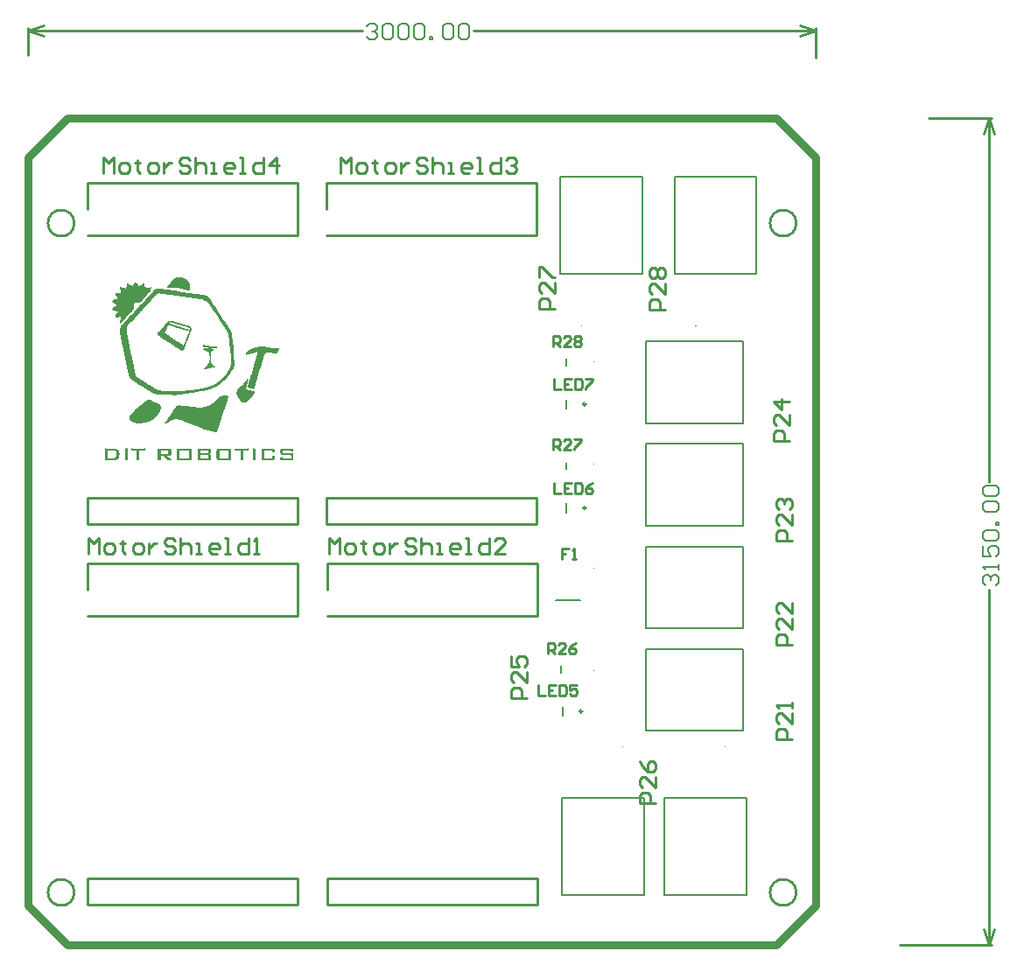
<source format=gto>
G04*
G04 #@! TF.GenerationSoftware,Altium Limited,Altium Designer,22.9.1 (49)*
G04*
G04 Layer_Color=65535*
%FSLAX24Y24*%
%MOIN*%
G70*
G04*
G04 #@! TF.SameCoordinates,10C0EDED-7795-41B1-8CC0-87200EC90710*
G04*
G04*
G04 #@! TF.FilePolarity,Positive*
G04*
G01*
G75*
%ADD10C,0.0039*%
%ADD11C,0.0098*%
%ADD12C,0.0100*%
%ADD13C,0.0079*%
%ADD14C,0.0300*%
%ADD15C,0.0060*%
G36*
X5810Y25425D02*
X5880D01*
Y25408D01*
X5932D01*
Y25390D01*
X5968D01*
Y25373D01*
X6003D01*
Y25355D01*
X6020D01*
Y25338D01*
X6037D01*
Y25320D01*
X6055D01*
Y25303D01*
X6072D01*
Y25285D01*
X6090D01*
Y25268D01*
X6108D01*
Y25233D01*
X6125D01*
Y25198D01*
X6143D01*
Y25145D01*
X6160D01*
Y24918D01*
X6108D01*
Y24935D01*
X6037D01*
Y24952D01*
X5968D01*
Y24970D01*
X5880D01*
Y24987D01*
X5810D01*
Y25005D01*
X5740D01*
Y25022D01*
X5408D01*
Y25040D01*
X5303D01*
Y25110D01*
X5320D01*
Y25127D01*
X5337D01*
Y25145D01*
X5355D01*
Y25162D01*
X5372D01*
Y25198D01*
X5390D01*
Y25215D01*
X5408D01*
Y25233D01*
X5425D01*
Y25250D01*
Y25268D01*
X5443D01*
Y25285D01*
X5460D01*
Y25303D01*
X5477D01*
Y25320D01*
X5495D01*
Y25338D01*
X5512D01*
Y25355D01*
X5530D01*
Y25373D01*
X5548D01*
Y25390D01*
X5583D01*
Y25408D01*
X5617D01*
Y25425D01*
X5670D01*
Y25443D01*
X5688D01*
Y25425D01*
X5705D01*
Y25443D01*
X5775D01*
Y25425D01*
X5792D01*
Y25443D01*
X5810D01*
Y25425D01*
D02*
G37*
G36*
X4095Y25233D02*
X4130D01*
Y25215D01*
X4148D01*
Y25180D01*
X4165D01*
Y25162D01*
X4182D01*
Y25127D01*
X4200D01*
Y25110D01*
X4218D01*
Y25092D01*
X4235D01*
Y25110D01*
X4252D01*
Y25127D01*
X4288D01*
Y25145D01*
X4305D01*
Y25162D01*
X4322D01*
Y25180D01*
X4358D01*
Y25198D01*
X4375D01*
Y25215D01*
X4410D01*
Y25110D01*
X4428D01*
Y25075D01*
X4445D01*
Y25057D01*
X4480D01*
Y25040D01*
X4638D01*
Y25057D01*
X4672D01*
Y25005D01*
X4655D01*
Y24918D01*
X4638D01*
Y24883D01*
X4620D01*
Y24865D01*
X4602D01*
Y24848D01*
X4585D01*
Y24830D01*
X4568D01*
Y24813D01*
X4550D01*
Y24795D01*
X4532D01*
Y24760D01*
X4515D01*
Y24743D01*
X4498D01*
Y24725D01*
X4480D01*
Y24708D01*
X4462D01*
Y24690D01*
X4445D01*
Y24673D01*
X4428D01*
Y24655D01*
X4410D01*
Y24637D01*
X4392D01*
Y24602D01*
X4375D01*
Y24585D01*
X4358D01*
Y24567D01*
X4340D01*
Y24550D01*
X4322D01*
Y24532D01*
X4305D01*
Y24515D01*
X4288D01*
Y24497D01*
X4270D01*
Y24480D01*
X4252D01*
Y24462D01*
X4060D01*
Y24445D01*
X4025D01*
Y24427D01*
X4008D01*
Y24200D01*
X3990D01*
Y24183D01*
X3972D01*
Y24165D01*
X3955D01*
Y24148D01*
X3938D01*
Y24113D01*
X3920D01*
Y24095D01*
X3902D01*
Y24077D01*
X3885D01*
Y24060D01*
X3868D01*
Y24042D01*
X3850D01*
Y24025D01*
X3832D01*
Y24007D01*
X3815D01*
Y23990D01*
X3798D01*
Y23972D01*
X3780D01*
Y23955D01*
X3762D01*
Y23937D01*
X3745D01*
Y23920D01*
X3728D01*
Y23885D01*
X3710D01*
Y23867D01*
X3692D01*
Y23850D01*
X3675D01*
Y23832D01*
X3658D01*
Y23815D01*
X3640D01*
Y23798D01*
X3623D01*
Y23780D01*
X3605D01*
Y23763D01*
X3587D01*
Y23745D01*
X3570D01*
Y23728D01*
X3553D01*
Y23710D01*
X3535D01*
Y23693D01*
X3517D01*
Y23658D01*
X3500D01*
Y23693D01*
X3483D01*
Y23763D01*
X3500D01*
Y23798D01*
X3517D01*
Y23832D01*
X3535D01*
Y23902D01*
X3517D01*
Y23920D01*
X3447D01*
Y23902D01*
X3395D01*
Y23885D01*
X3360D01*
Y23902D01*
X3325D01*
Y23920D01*
X3307D01*
Y23990D01*
X3325D01*
Y24025D01*
X3343D01*
Y24042D01*
X3360D01*
Y24060D01*
X3377D01*
Y24077D01*
X3395D01*
Y24095D01*
X3413D01*
Y24130D01*
X3360D01*
Y24148D01*
X3307D01*
Y24165D01*
X3273D01*
Y24183D01*
X3237D01*
Y24200D01*
X3203D01*
Y24235D01*
X3220D01*
Y24253D01*
X3237D01*
Y24288D01*
X3273D01*
Y24305D01*
X3290D01*
Y24323D01*
X3325D01*
Y24340D01*
X3343D01*
Y24358D01*
X3360D01*
Y24392D01*
X3343D01*
Y24410D01*
X3307D01*
Y24427D01*
X3290D01*
Y24445D01*
X3255D01*
Y24462D01*
X3237D01*
Y24480D01*
X3220D01*
Y24515D01*
X3203D01*
Y24550D01*
X3237D01*
Y24567D01*
X3255D01*
Y24585D01*
X3360D01*
Y24602D01*
X3395D01*
Y24673D01*
X3377D01*
Y24690D01*
X3360D01*
Y24708D01*
X3343D01*
Y24743D01*
X3325D01*
Y24795D01*
X3307D01*
Y24830D01*
X3377D01*
Y24848D01*
X3430D01*
Y24830D01*
X3517D01*
Y24848D01*
X3535D01*
Y24918D01*
X3517D01*
Y24952D01*
X3500D01*
Y25057D01*
X3553D01*
Y25040D01*
X3640D01*
Y25022D01*
X3675D01*
Y25005D01*
X3692D01*
Y24987D01*
X3710D01*
Y25022D01*
X3728D01*
Y25075D01*
X3745D01*
Y25145D01*
X3762D01*
Y25215D01*
X3798D01*
Y25198D01*
X3815D01*
Y25180D01*
X3850D01*
Y25162D01*
X3868D01*
Y25145D01*
X3902D01*
Y25127D01*
X3938D01*
Y25110D01*
X3972D01*
Y25127D01*
X3990D01*
Y25162D01*
X4008D01*
Y25180D01*
X4025D01*
Y25198D01*
X4042D01*
Y25215D01*
X4060D01*
Y25233D01*
X4078D01*
Y25250D01*
X4095D01*
Y25233D01*
D02*
G37*
G36*
X9065Y22782D02*
X9153D01*
Y22765D01*
X9205D01*
Y22747D01*
X9293D01*
Y22730D01*
X9362D01*
Y22747D01*
X9538D01*
Y22678D01*
X9520D01*
Y22590D01*
X9503D01*
Y22555D01*
X9485D01*
Y22538D01*
X9467D01*
Y22520D01*
X9345D01*
Y22538D01*
X9293D01*
Y22555D01*
X9240D01*
Y22573D01*
X9118D01*
Y22555D01*
X9065D01*
Y22538D01*
X9047D01*
Y22520D01*
X9030D01*
Y22503D01*
X9013D01*
Y22485D01*
X8995D01*
Y22468D01*
X8978D01*
Y22432D01*
X8960D01*
Y22380D01*
X8942D01*
Y22310D01*
X8925D01*
Y22257D01*
X8907D01*
Y22205D01*
X8890D01*
Y22135D01*
X8873D01*
Y22083D01*
X8855D01*
Y22013D01*
X8838D01*
Y21960D01*
X8820D01*
Y21907D01*
X8802D01*
Y21837D01*
X8785D01*
Y21785D01*
X8767D01*
Y21715D01*
X8750D01*
Y21662D01*
X8733D01*
Y21593D01*
X8715D01*
Y21575D01*
Y21540D01*
X8698D01*
Y21488D01*
X8680D01*
Y21418D01*
X8662D01*
Y21365D01*
X8645D01*
Y21295D01*
X8627D01*
Y21242D01*
X8610D01*
Y21190D01*
X8593D01*
Y21172D01*
X8540D01*
Y21190D01*
X8470D01*
Y21207D01*
X8418D01*
Y21225D01*
X8347D01*
Y21277D01*
X8365D01*
Y21330D01*
X8382D01*
Y21400D01*
X8400D01*
Y21453D01*
X8418D01*
Y21505D01*
X8435D01*
Y21575D01*
X8453D01*
Y21628D01*
X8470D01*
Y21697D01*
X8487D01*
Y21750D01*
X8505D01*
Y21820D01*
X8522D01*
Y21872D01*
X8540D01*
Y21925D01*
X8558D01*
Y21995D01*
X8575D01*
Y22048D01*
X8593D01*
Y22118D01*
X8610D01*
Y22170D01*
X8627D01*
Y22222D01*
X8645D01*
Y22292D01*
X8662D01*
Y22345D01*
X8680D01*
Y22397D01*
X8698D01*
Y22468D01*
X8715D01*
Y22520D01*
X8733D01*
Y22590D01*
X8698D01*
Y22573D01*
X8627D01*
Y22555D01*
X8575D01*
Y22538D01*
X8505D01*
Y22520D01*
X8453D01*
Y22503D01*
X8382D01*
Y22485D01*
X8330D01*
Y22468D01*
X8295D01*
Y22555D01*
X8313D01*
Y22590D01*
X8330D01*
Y22608D01*
X8347D01*
Y22625D01*
X8365D01*
Y22643D01*
X8382D01*
Y22660D01*
X8418D01*
Y22678D01*
X8453D01*
Y22695D01*
X8487D01*
Y22713D01*
X8522D01*
Y22730D01*
X8575D01*
Y22747D01*
X8627D01*
Y22765D01*
X8680D01*
Y22782D01*
X8767D01*
Y22800D01*
X9065D01*
Y22782D01*
D02*
G37*
G36*
X5058Y24987D02*
X5163D01*
Y24970D01*
X5303D01*
Y24952D01*
X5425D01*
Y24935D01*
X5530D01*
Y24918D01*
X5670D01*
Y24900D01*
X5775D01*
Y24883D01*
X5897D01*
Y24865D01*
X6003D01*
Y24848D01*
X6143D01*
Y24830D01*
X6265D01*
Y24813D01*
X6370D01*
Y24795D01*
X6510D01*
Y24778D01*
X6633D01*
Y24760D01*
X6737D01*
Y24743D01*
X6790D01*
Y24725D01*
X6808D01*
Y24708D01*
X6842D01*
Y24690D01*
X6860D01*
Y24673D01*
X6877D01*
Y24655D01*
X6895D01*
Y24637D01*
X6913D01*
Y24602D01*
X6930D01*
Y24585D01*
X6948D01*
Y24550D01*
X6965D01*
Y24532D01*
X6982D01*
Y24497D01*
X7000D01*
Y24462D01*
X7017D01*
Y24445D01*
X7035D01*
Y24410D01*
X7053D01*
Y24392D01*
X7070D01*
Y24358D01*
X7088D01*
Y24340D01*
X7105D01*
Y24305D01*
X7122D01*
Y24288D01*
X7140D01*
Y24253D01*
X7157D01*
Y24235D01*
X7175D01*
Y24200D01*
X7193D01*
Y24183D01*
X7210D01*
Y24148D01*
X7228D01*
Y24113D01*
X7245D01*
Y24095D01*
X7262D01*
Y24060D01*
X7280D01*
Y24042D01*
X7297D01*
Y24007D01*
X7315D01*
Y23990D01*
X7333D01*
Y23955D01*
X7350D01*
Y23937D01*
X7368D01*
Y23902D01*
X7385D01*
Y23885D01*
X7402D01*
Y23850D01*
X7420D01*
Y23832D01*
X7437D01*
Y23798D01*
X7455D01*
Y23780D01*
X7473D01*
Y23745D01*
X7490D01*
Y23728D01*
X7508D01*
Y23693D01*
X7525D01*
Y23675D01*
X7542D01*
Y23640D01*
X7560D01*
Y23623D01*
X7577D01*
Y23588D01*
X7595D01*
Y23570D01*
X7613D01*
Y23535D01*
X7630D01*
Y23517D01*
X7648D01*
Y23482D01*
X7665D01*
Y23465D01*
X7682D01*
Y23430D01*
X7700D01*
Y23395D01*
X7717D01*
Y23360D01*
X7735D01*
Y23325D01*
X7753D01*
Y23255D01*
X7770D01*
Y23115D01*
X7788D01*
Y22852D01*
X7805D01*
Y22573D01*
X7822D01*
Y22292D01*
X7840D01*
Y22030D01*
X7822D01*
Y21978D01*
X7805D01*
Y21943D01*
X7788D01*
Y21907D01*
X7770D01*
Y21872D01*
X7753D01*
Y21855D01*
X7735D01*
Y21820D01*
X7717D01*
Y21802D01*
X7700D01*
Y21767D01*
X7682D01*
Y21750D01*
X7665D01*
Y21732D01*
X7648D01*
Y21697D01*
X7630D01*
Y21680D01*
X7613D01*
Y21662D01*
X7595D01*
Y21628D01*
X7577D01*
Y21610D01*
X7560D01*
Y21593D01*
X7542D01*
Y21575D01*
X7525D01*
Y21558D01*
X7508D01*
Y21540D01*
X7490D01*
Y21523D01*
X7473D01*
Y21505D01*
X7455D01*
Y21488D01*
X7437D01*
Y21470D01*
X7420D01*
Y21453D01*
X7402D01*
Y21435D01*
X7368D01*
Y21418D01*
X7350D01*
Y21400D01*
X7333D01*
Y21383D01*
X7297D01*
Y21365D01*
X7280D01*
Y21347D01*
X7262D01*
Y21330D01*
X7228D01*
Y21312D01*
X7193D01*
Y21295D01*
X7175D01*
Y21277D01*
X7140D01*
Y21260D01*
X7105D01*
Y21242D01*
X7070D01*
Y21225D01*
X7035D01*
Y21207D01*
X7000D01*
Y21190D01*
X6948D01*
Y21172D01*
X6895D01*
Y21155D01*
X6842D01*
Y21137D01*
X6790D01*
Y21120D01*
X6720D01*
Y21102D01*
X6615D01*
Y21085D01*
X6492D01*
Y21068D01*
X6352D01*
Y21050D01*
X6212D01*
Y21033D01*
X6108D01*
Y21015D01*
X6003D01*
Y20998D01*
X5880D01*
Y20980D01*
X5757D01*
Y20963D01*
X5652D01*
Y20945D01*
X5530D01*
Y20928D01*
X5512D01*
Y20945D01*
X5495D01*
Y20980D01*
X4865D01*
Y20998D01*
X4795D01*
Y21015D01*
X4742D01*
Y21033D01*
X4725D01*
Y21050D01*
X4690D01*
Y21068D01*
X4655D01*
Y21085D01*
X4638D01*
Y21102D01*
X4602D01*
Y21120D01*
X4568D01*
Y21137D01*
X4532D01*
Y21155D01*
X4515D01*
Y21172D01*
X4480D01*
Y21190D01*
X4462D01*
Y21207D01*
X4428D01*
Y21225D01*
X4392D01*
Y21242D01*
X4375D01*
Y21260D01*
X4340D01*
Y21277D01*
X4305D01*
Y21295D01*
X4288D01*
Y21312D01*
X4252D01*
Y21330D01*
X4218D01*
Y21347D01*
X4200D01*
Y21365D01*
X4165D01*
Y21383D01*
X4148D01*
Y21400D01*
X4112D01*
Y21418D01*
X4095D01*
Y21435D01*
X4060D01*
Y21453D01*
X4042D01*
Y21470D01*
X4008D01*
Y21488D01*
X3990D01*
Y21505D01*
X3955D01*
Y21523D01*
X3938D01*
Y21540D01*
X3920D01*
Y21558D01*
X3902D01*
Y21575D01*
X3885D01*
Y21610D01*
X3868D01*
Y21628D01*
X3850D01*
Y21662D01*
X3832D01*
Y21697D01*
X3815D01*
Y21785D01*
X3798D01*
Y21855D01*
X3780D01*
Y21943D01*
X3762D01*
Y22030D01*
X3745D01*
Y22100D01*
X3728D01*
Y22188D01*
X3710D01*
Y22275D01*
X3692D01*
Y22362D01*
X3675D01*
Y22432D01*
X3658D01*
Y22520D01*
X3640D01*
Y22608D01*
X3623D01*
Y22695D01*
X3605D01*
Y22782D01*
X3587D01*
Y22870D01*
X3570D01*
Y22975D01*
X3553D01*
Y23063D01*
X3535D01*
Y23150D01*
X3517D01*
Y23238D01*
X3500D01*
Y23342D01*
X3483D01*
Y23447D01*
X3500D01*
Y23517D01*
X3517D01*
Y23552D01*
X3535D01*
Y23588D01*
X3553D01*
Y23605D01*
X3570D01*
Y23623D01*
X3587D01*
Y23640D01*
X3605D01*
Y23658D01*
X3623D01*
Y23693D01*
X3640D01*
Y23710D01*
X3658D01*
Y23728D01*
X3675D01*
Y23745D01*
X3692D01*
Y23763D01*
X3710D01*
Y23780D01*
X3728D01*
Y23798D01*
X3745D01*
Y23815D01*
X3762D01*
Y23832D01*
X3780D01*
Y23850D01*
X3798D01*
Y23867D01*
X3815D01*
Y23902D01*
X3832D01*
Y23920D01*
X3850D01*
Y23937D01*
X3868D01*
Y23955D01*
X3885D01*
Y23972D01*
X3902D01*
Y23990D01*
X3920D01*
Y24007D01*
X3938D01*
Y24025D01*
X3955D01*
Y24042D01*
X3972D01*
Y24060D01*
X3990D01*
Y24077D01*
X4008D01*
Y24095D01*
X4025D01*
Y24130D01*
X4042D01*
Y24148D01*
X4060D01*
Y24165D01*
X4078D01*
Y24183D01*
X4095D01*
Y24200D01*
X4112D01*
Y24218D01*
X4130D01*
Y24235D01*
X4148D01*
Y24253D01*
X4165D01*
Y24270D01*
X4182D01*
Y24288D01*
X4200D01*
Y24305D01*
X4218D01*
Y24323D01*
X4235D01*
Y24358D01*
X4252D01*
Y24375D01*
X4270D01*
Y24392D01*
X4288D01*
Y24410D01*
X4305D01*
Y24427D01*
X4322D01*
Y24445D01*
X4340D01*
Y24462D01*
X4358D01*
Y24480D01*
X4375D01*
Y24497D01*
X4392D01*
Y24515D01*
X4410D01*
Y24532D01*
X4428D01*
Y24550D01*
X4445D01*
Y24567D01*
X4462D01*
Y24585D01*
X4480D01*
Y24620D01*
X4498D01*
Y24637D01*
X4515D01*
Y24655D01*
X4532D01*
Y24673D01*
X4550D01*
Y24690D01*
X4568D01*
Y24708D01*
X4585D01*
Y24725D01*
X4602D01*
Y24743D01*
X4620D01*
Y24760D01*
X4638D01*
Y24778D01*
X4655D01*
Y24795D01*
X4672D01*
Y24813D01*
X4690D01*
Y24830D01*
X4708D01*
Y24848D01*
X4725D01*
Y24865D01*
X4742D01*
Y24900D01*
X4760D01*
Y24918D01*
X4778D01*
Y24935D01*
X4795D01*
Y24952D01*
X4812D01*
Y24970D01*
X4848D01*
Y24987D01*
X4882D01*
Y25005D01*
X5058D01*
Y24987D01*
D02*
G37*
G36*
X8365Y21540D02*
X8382D01*
Y21505D01*
X8365D01*
Y21435D01*
X8347D01*
Y21365D01*
X8330D01*
Y21295D01*
X8313D01*
Y21225D01*
X8295D01*
Y21172D01*
X8313D01*
Y21155D01*
X8365D01*
Y21137D01*
X8418D01*
Y21120D01*
X8487D01*
Y21102D01*
X8540D01*
Y21085D01*
X8610D01*
Y21068D01*
X8627D01*
Y21033D01*
X8610D01*
Y21015D01*
X8593D01*
Y20980D01*
X8575D01*
Y20963D01*
X8558D01*
Y20928D01*
X8540D01*
Y20910D01*
X8522D01*
Y20893D01*
X8505D01*
Y20858D01*
X8487D01*
Y20840D01*
X8470D01*
Y20823D01*
X8453D01*
Y20805D01*
X8435D01*
Y20787D01*
X8418D01*
Y20770D01*
X8400D01*
Y20752D01*
X8382D01*
Y20735D01*
X8365D01*
Y20717D01*
X8330D01*
Y20700D01*
X8313D01*
Y20682D01*
X8260D01*
Y20665D01*
X8155D01*
Y20682D01*
X8120D01*
Y20700D01*
X8102D01*
Y20717D01*
X8085D01*
Y20735D01*
X8067D01*
Y20752D01*
X8050D01*
Y20787D01*
X8033D01*
Y20805D01*
X8015D01*
Y20840D01*
X7997D01*
Y20858D01*
X7980D01*
Y20893D01*
X7962D01*
Y20928D01*
X7945D01*
Y20980D01*
X7928D01*
Y21068D01*
X7945D01*
Y21120D01*
X7962D01*
Y21155D01*
X7980D01*
Y21172D01*
X7997D01*
Y21190D01*
X8015D01*
Y21207D01*
X8033D01*
Y21225D01*
X8050D01*
Y21242D01*
X8067D01*
Y21260D01*
X8085D01*
Y21277D01*
X8102D01*
Y21295D01*
X8120D01*
Y21312D01*
X8138D01*
Y21330D01*
X8155D01*
Y21347D01*
X8173D01*
Y21365D01*
X8190D01*
Y21400D01*
X8207D01*
Y21418D01*
X8225D01*
Y21435D01*
X8242D01*
Y21453D01*
X8260D01*
Y21470D01*
X8278D01*
Y21488D01*
X8295D01*
Y21505D01*
X8313D01*
Y21540D01*
X8330D01*
Y21558D01*
X8365D01*
Y21540D01*
D02*
G37*
G36*
X7595Y20910D02*
X7630D01*
Y20875D01*
X7613D01*
Y20823D01*
X7595D01*
Y20770D01*
X7577D01*
Y20717D01*
X7560D01*
Y20665D01*
X7542D01*
Y20612D01*
X7525D01*
Y20560D01*
X7508D01*
Y20490D01*
X7490D01*
Y20455D01*
X7473D01*
Y20385D01*
X7455D01*
Y20333D01*
X7437D01*
Y20280D01*
X7420D01*
Y20227D01*
X7402D01*
Y20192D01*
X7385D01*
Y20122D01*
X7368D01*
Y20070D01*
X7350D01*
Y20017D01*
X7333D01*
Y19965D01*
X7315D01*
Y19913D01*
X7297D01*
Y19860D01*
X7280D01*
Y19807D01*
X7262D01*
Y19755D01*
X7245D01*
Y19703D01*
X7228D01*
Y19650D01*
X7210D01*
Y19598D01*
X7193D01*
Y19545D01*
X7175D01*
Y19527D01*
X7105D01*
Y19545D01*
X7053D01*
Y19562D01*
X6965D01*
Y19580D01*
X6913D01*
Y19598D01*
X6842D01*
Y19615D01*
X6773D01*
Y19633D01*
X6720D01*
Y19650D01*
X6668D01*
Y19668D01*
X6615D01*
Y19685D01*
X6580D01*
Y19703D01*
X6528D01*
Y19720D01*
X6475D01*
Y19737D01*
X6440D01*
Y19755D01*
X6388D01*
Y19772D01*
X6352D01*
Y19790D01*
X6300D01*
Y19807D01*
X6265D01*
Y19825D01*
X6212D01*
Y19842D01*
X6177D01*
Y19860D01*
X6143D01*
Y19878D01*
X6090D01*
Y19895D01*
X6055D01*
Y19913D01*
X6003D01*
Y19930D01*
X5968D01*
Y19948D01*
X5915D01*
Y19965D01*
X5880D01*
Y19983D01*
X5845D01*
Y20000D01*
X5792D01*
Y20017D01*
X5723D01*
Y20035D01*
X5548D01*
Y20017D01*
X5495D01*
Y20000D01*
X5460D01*
Y19983D01*
X5425D01*
Y19965D01*
X5390D01*
Y19948D01*
X5372D01*
Y19930D01*
X5355D01*
Y19913D01*
X5320D01*
Y19895D01*
X5285D01*
Y19878D01*
X5215D01*
Y19860D01*
X5197D01*
Y19895D01*
X5215D01*
Y19913D01*
X5232D01*
Y19930D01*
X5250D01*
Y19965D01*
X5268D01*
Y19983D01*
X5285D01*
Y20017D01*
X5303D01*
Y20035D01*
X5320D01*
Y20070D01*
X5337D01*
Y20087D01*
X5355D01*
Y20122D01*
X5372D01*
Y20140D01*
X5390D01*
Y20175D01*
X5408D01*
Y20192D01*
X5425D01*
Y20227D01*
X5443D01*
Y20245D01*
X5460D01*
Y20280D01*
X5477D01*
Y20298D01*
X5495D01*
Y20333D01*
X5512D01*
Y20350D01*
X5530D01*
Y20385D01*
X5548D01*
Y20403D01*
X5565D01*
Y20420D01*
X5583D01*
Y20455D01*
X5600D01*
Y20473D01*
X5617D01*
Y20508D01*
X5635D01*
Y20525D01*
X5652D01*
Y20543D01*
X5705D01*
Y20560D01*
X5792D01*
Y20543D01*
X5950D01*
Y20525D01*
X6125D01*
Y20508D01*
X6248D01*
Y20490D01*
X6388D01*
Y20473D01*
X6650D01*
Y20490D01*
X6737D01*
Y20508D01*
X6790D01*
Y20525D01*
X6842D01*
Y20543D01*
X6877D01*
Y20560D01*
X6913D01*
Y20577D01*
X6948D01*
Y20595D01*
X6965D01*
Y20612D01*
X7000D01*
Y20630D01*
X7017D01*
Y20647D01*
X7053D01*
Y20665D01*
X7070D01*
Y20682D01*
X7088D01*
Y20700D01*
X7105D01*
Y20717D01*
X7122D01*
Y20735D01*
X7140D01*
Y20752D01*
X7157D01*
Y20770D01*
X7175D01*
Y20787D01*
X7193D01*
Y20805D01*
X7210D01*
Y20823D01*
X7228D01*
Y20840D01*
X7245D01*
Y20858D01*
X7280D01*
Y20875D01*
X7297D01*
Y20893D01*
X7333D01*
Y20910D01*
X7385D01*
Y20928D01*
X7595D01*
Y20910D01*
D02*
G37*
G36*
X4672Y20735D02*
X4725D01*
Y20717D01*
X4760D01*
Y20700D01*
X4795D01*
Y20682D01*
X4848D01*
Y20665D01*
X4882D01*
Y20647D01*
X4918D01*
Y20630D01*
X4952D01*
Y20612D01*
X4988D01*
Y20595D01*
X5005D01*
Y20577D01*
X5023D01*
Y20543D01*
X5040D01*
Y20403D01*
X5023D01*
Y20350D01*
X5005D01*
Y20315D01*
X4988D01*
Y20280D01*
X4970D01*
Y20245D01*
X4952D01*
Y20210D01*
X4935D01*
Y20192D01*
X4918D01*
Y20175D01*
X4900D01*
Y20140D01*
X4882D01*
Y20122D01*
X4865D01*
Y20105D01*
X4848D01*
Y20087D01*
X4830D01*
Y20070D01*
X4795D01*
Y20052D01*
X4778D01*
Y20035D01*
X4760D01*
Y20017D01*
X4725D01*
Y20000D01*
X4690D01*
Y19983D01*
X4655D01*
Y19965D01*
X4620D01*
Y19948D01*
X4568D01*
Y19930D01*
X4515D01*
Y19913D01*
X4445D01*
Y19895D01*
X4340D01*
Y19878D01*
X4200D01*
Y19860D01*
X4130D01*
Y19878D01*
X4078D01*
Y19895D01*
X4025D01*
Y19913D01*
X3990D01*
Y19930D01*
X3955D01*
Y19948D01*
X3920D01*
Y19965D01*
X3902D01*
Y19983D01*
X3885D01*
Y20000D01*
X3868D01*
Y20052D01*
X3850D01*
Y20105D01*
X3868D01*
Y20157D01*
X3885D01*
Y20175D01*
X3902D01*
Y20210D01*
X3920D01*
Y20227D01*
X3938D01*
Y20245D01*
X3955D01*
Y20262D01*
X3972D01*
Y20280D01*
X3990D01*
Y20298D01*
X4008D01*
Y20315D01*
X4025D01*
Y20350D01*
X4042D01*
Y20368D01*
X4060D01*
Y20385D01*
X4078D01*
Y20403D01*
X4095D01*
Y20420D01*
X4130D01*
Y20438D01*
X4148D01*
Y20455D01*
X4165D01*
Y20473D01*
X4182D01*
Y20490D01*
X4200D01*
Y20508D01*
X4218D01*
Y20525D01*
X4235D01*
Y20543D01*
X4270D01*
Y20560D01*
X4288D01*
Y20577D01*
X4305D01*
Y20595D01*
X4322D01*
Y20612D01*
X4340D01*
Y20630D01*
X4358D01*
Y20647D01*
X4392D01*
Y20665D01*
X4410D01*
Y20682D01*
X4428D01*
Y20700D01*
X4462D01*
Y20717D01*
X4498D01*
Y20735D01*
X4532D01*
Y20752D01*
X4672D01*
Y20735D01*
D02*
G37*
G36*
X8627Y18915D02*
X8645D01*
Y18880D01*
Y18863D01*
Y18460D01*
X8540D01*
Y18915D01*
X8558D01*
Y18932D01*
X8575D01*
Y18915D01*
X8610D01*
Y18932D01*
X8627D01*
Y18915D01*
D02*
G37*
G36*
X8400Y18845D02*
X8190D01*
Y18460D01*
X8085D01*
Y18828D01*
X8067D01*
Y18845D01*
X7857D01*
Y18915D01*
X7875D01*
Y18932D01*
X7893D01*
Y18915D01*
X8365D01*
Y18932D01*
X8400D01*
Y18845D01*
D02*
G37*
G36*
X4445Y18915D02*
X4462D01*
Y18845D01*
X4252D01*
Y18828D01*
X4235D01*
Y18460D01*
X4130D01*
Y18845D01*
X3920D01*
Y18932D01*
X3938D01*
Y18915D01*
X4428D01*
Y18932D01*
X4445D01*
Y18915D01*
D02*
G37*
G36*
X3780Y18810D02*
Y18793D01*
Y18460D01*
X3675D01*
Y18915D01*
X3692D01*
Y18932D01*
X3710D01*
Y18915D01*
X3745D01*
Y18932D01*
X3780D01*
Y18810D01*
D02*
G37*
G36*
X10063Y18898D02*
X10080D01*
Y18863D01*
X10098D01*
Y18810D01*
X10063D01*
Y18793D01*
X9992D01*
Y18845D01*
X9695D01*
Y18740D01*
X10045D01*
Y18722D01*
X10080D01*
Y18687D01*
X10098D01*
Y18495D01*
X10080D01*
Y18477D01*
X10063D01*
Y18460D01*
X9607D01*
Y18477D01*
X9590D01*
Y18513D01*
X9572D01*
Y18583D01*
X9643D01*
Y18600D01*
X9678D01*
Y18548D01*
X10010D01*
Y18565D01*
X9992D01*
Y18583D01*
X10010D01*
Y18635D01*
X9992D01*
Y18652D01*
X9643D01*
Y18670D01*
X9607D01*
Y18722D01*
X9590D01*
Y18863D01*
X9607D01*
Y18898D01*
X9625D01*
Y18915D01*
X10063D01*
Y18898D01*
D02*
G37*
G36*
X9345D02*
X9362D01*
Y18880D01*
X9380D01*
Y18757D01*
X9275D01*
Y18845D01*
X8995D01*
Y18828D01*
X8978D01*
Y18548D01*
X9275D01*
Y18635D01*
X9362D01*
Y18618D01*
X9380D01*
Y18495D01*
X9362D01*
Y18477D01*
X9345D01*
Y18460D01*
X8907D01*
Y18477D01*
X8890D01*
Y18495D01*
X8873D01*
Y18880D01*
X8890D01*
Y18898D01*
X8907D01*
Y18915D01*
X9345D01*
Y18898D01*
D02*
G37*
G36*
X7717Y18880D02*
X7735D01*
Y18793D01*
Y18775D01*
Y18495D01*
X7717D01*
Y18477D01*
X7700D01*
Y18460D01*
X7210D01*
Y18477D01*
X7175D01*
Y18530D01*
X7157D01*
Y18845D01*
X7175D01*
Y18898D01*
X7193D01*
Y18915D01*
X7717D01*
Y18880D01*
D02*
G37*
G36*
X6492Y18915D02*
X6930D01*
Y18898D01*
X6948D01*
Y18880D01*
X6965D01*
Y18740D01*
X6948D01*
Y18722D01*
X6930D01*
Y18705D01*
X6913D01*
Y18687D01*
X6930D01*
Y18670D01*
X6948D01*
Y18652D01*
X6965D01*
Y18495D01*
X6948D01*
Y18477D01*
X6913D01*
Y18460D01*
X6457D01*
Y18915D01*
X6475D01*
Y18932D01*
X6492D01*
Y18915D01*
D02*
G37*
G36*
X6195Y18898D02*
X6212D01*
Y18880D01*
X6230D01*
Y18513D01*
X6212D01*
Y18477D01*
X6195D01*
Y18460D01*
X5688D01*
Y18477D01*
X5670D01*
Y18495D01*
X5652D01*
Y18880D01*
X5670D01*
Y18898D01*
X5688D01*
Y18915D01*
X6195D01*
Y18898D01*
D02*
G37*
G36*
X4970Y18915D02*
X5408D01*
Y18898D01*
X5425D01*
Y18880D01*
X5443D01*
Y18670D01*
X5425D01*
Y18652D01*
X5408D01*
Y18635D01*
X5285D01*
Y18618D01*
X5303D01*
Y18600D01*
X5320D01*
Y18583D01*
X5355D01*
Y18565D01*
X5372D01*
Y18548D01*
X5390D01*
Y18530D01*
X5408D01*
Y18513D01*
X5443D01*
Y18495D01*
X5460D01*
Y18477D01*
X5477D01*
Y18460D01*
X5320D01*
Y18477D01*
X5303D01*
Y18495D01*
X5285D01*
Y18513D01*
X5268D01*
Y18530D01*
X5250D01*
Y18548D01*
X5232D01*
Y18565D01*
X5215D01*
Y18583D01*
X5197D01*
Y18600D01*
X5163D01*
Y18618D01*
X5145D01*
Y18635D01*
X5040D01*
Y18530D01*
Y18513D01*
Y18460D01*
X4935D01*
Y18915D01*
X4952D01*
Y18932D01*
X4970D01*
Y18915D01*
D02*
G37*
G36*
X2940D02*
X3325D01*
Y18898D01*
X3360D01*
Y18880D01*
X3395D01*
Y18863D01*
X3413D01*
Y18845D01*
X3430D01*
Y18828D01*
X3447D01*
Y18793D01*
X3465D01*
Y18740D01*
X3483D01*
Y18652D01*
X3465D01*
Y18583D01*
X3447D01*
Y18548D01*
X3430D01*
Y18530D01*
X3413D01*
Y18513D01*
X3395D01*
Y18495D01*
X3360D01*
Y18477D01*
X3325D01*
Y18460D01*
X2905D01*
Y18722D01*
Y18740D01*
Y18915D01*
X2923D01*
Y18932D01*
X2940D01*
Y18915D01*
D02*
G37*
%LPC*%
G36*
X5023Y24830D02*
X4970D01*
Y24813D01*
X4918D01*
Y24795D01*
X4900D01*
Y24778D01*
X4882D01*
Y24760D01*
X4865D01*
Y24743D01*
X4848D01*
Y24725D01*
X4830D01*
Y24708D01*
X4812D01*
Y24690D01*
X4795D01*
Y24673D01*
X4778D01*
Y24655D01*
X4760D01*
Y24637D01*
X4742D01*
Y24620D01*
X4725D01*
Y24602D01*
X4708D01*
Y24585D01*
X4690D01*
Y24550D01*
X4672D01*
Y24532D01*
X4655D01*
Y24515D01*
X4638D01*
Y24497D01*
X4620D01*
Y24480D01*
X4602D01*
Y24462D01*
X4585D01*
Y24445D01*
X4568D01*
Y24427D01*
X4550D01*
Y24410D01*
X4532D01*
Y24392D01*
X4515D01*
Y24375D01*
X4498D01*
Y24358D01*
X4480D01*
Y24323D01*
X4462D01*
Y24305D01*
X4445D01*
Y24288D01*
X4428D01*
Y24270D01*
X4410D01*
Y24253D01*
X4392D01*
Y24235D01*
X4375D01*
Y24218D01*
X4358D01*
Y24200D01*
X4340D01*
Y24183D01*
X4322D01*
Y24165D01*
X4305D01*
Y24148D01*
X4288D01*
Y24130D01*
X4270D01*
Y24095D01*
X4252D01*
Y24077D01*
X4235D01*
Y24060D01*
X4218D01*
Y24042D01*
X4200D01*
Y24025D01*
X4182D01*
Y24007D01*
X4165D01*
Y23990D01*
X4148D01*
Y23972D01*
X4130D01*
Y23955D01*
X4112D01*
Y23937D01*
X4095D01*
Y23920D01*
X4078D01*
Y23885D01*
X4060D01*
Y23867D01*
X4042D01*
Y23850D01*
X4025D01*
Y23832D01*
X4008D01*
Y23815D01*
X3990D01*
Y23798D01*
X3972D01*
Y23780D01*
X3955D01*
Y23763D01*
X3938D01*
Y23745D01*
X3920D01*
Y23728D01*
X3902D01*
Y23710D01*
X3885D01*
Y23693D01*
X3868D01*
Y23675D01*
X3850D01*
Y23658D01*
X3832D01*
Y23640D01*
X3815D01*
Y23623D01*
X3798D01*
Y23588D01*
X3780D01*
Y23570D01*
X3762D01*
Y23535D01*
X3745D01*
Y23447D01*
X3728D01*
Y23430D01*
X3745D01*
Y23325D01*
X3762D01*
Y23238D01*
X3780D01*
Y23150D01*
X3798D01*
Y23063D01*
X3815D01*
Y22992D01*
X3832D01*
Y22887D01*
X3850D01*
Y22800D01*
X3868D01*
Y22713D01*
X3885D01*
Y22625D01*
X3902D01*
Y22538D01*
X3920D01*
Y22450D01*
X3938D01*
Y22380D01*
X3955D01*
Y22275D01*
X3972D01*
Y22188D01*
X3990D01*
Y22118D01*
X4008D01*
Y22030D01*
X4025D01*
Y21925D01*
X4042D01*
Y21855D01*
X4060D01*
Y21767D01*
X4078D01*
Y21697D01*
X4095D01*
Y21680D01*
X4112D01*
Y21645D01*
X4130D01*
Y21628D01*
X4148D01*
Y21610D01*
X4182D01*
Y21593D01*
X4218D01*
Y21575D01*
X4235D01*
Y21558D01*
X4270D01*
Y21540D01*
X4288D01*
Y21523D01*
X4322D01*
Y21505D01*
X4340D01*
Y21488D01*
X4375D01*
Y21470D01*
X4410D01*
Y21453D01*
X4428D01*
Y21435D01*
X4462D01*
Y21418D01*
X4480D01*
Y21400D01*
X4515D01*
Y21383D01*
X4550D01*
Y21365D01*
X4568D01*
Y21347D01*
X4602D01*
Y21330D01*
X4638D01*
Y21312D01*
X4655D01*
Y21295D01*
X4690D01*
Y21277D01*
X4708D01*
Y21260D01*
X4742D01*
Y21242D01*
X4778D01*
Y21225D01*
X4795D01*
Y21207D01*
X4830D01*
Y21190D01*
X4865D01*
Y21172D01*
X4882D01*
Y21155D01*
X4918D01*
Y21137D01*
X4952D01*
Y21120D01*
X5040D01*
Y21102D01*
X6003D01*
Y21120D01*
X6195D01*
Y21137D01*
X6335D01*
Y21155D01*
X6440D01*
Y21172D01*
X6528D01*
Y21190D01*
X6615D01*
Y21207D01*
X6685D01*
Y21225D01*
X6755D01*
Y21242D01*
X6808D01*
Y21260D01*
X6860D01*
Y21277D01*
X6913D01*
Y21295D01*
X6965D01*
Y21312D01*
X7017D01*
Y21330D01*
X7053D01*
Y21347D01*
X7088D01*
Y21365D01*
X7122D01*
Y21383D01*
X7157D01*
Y21400D01*
X7193D01*
Y21418D01*
X7210D01*
Y21435D01*
X7228D01*
Y21453D01*
X7262D01*
Y21470D01*
X7280D01*
Y21488D01*
X7297D01*
Y21505D01*
X7315D01*
Y21523D01*
X7333D01*
Y21540D01*
X7350D01*
Y21558D01*
X7368D01*
Y21575D01*
X7385D01*
Y21593D01*
X7402D01*
Y21610D01*
X7420D01*
Y21628D01*
X7437D01*
Y21645D01*
X7455D01*
Y21662D01*
X7473D01*
Y21697D01*
X7490D01*
Y21715D01*
X7508D01*
Y21732D01*
X7525D01*
Y21750D01*
X7542D01*
Y21785D01*
X7560D01*
Y21802D01*
X7577D01*
Y21820D01*
X7595D01*
Y21855D01*
X7613D01*
Y21890D01*
X7630D01*
Y21907D01*
X7648D01*
Y21943D01*
X7665D01*
Y21978D01*
X7682D01*
Y22030D01*
X7700D01*
Y22083D01*
X7717D01*
Y22153D01*
X7735D01*
Y22468D01*
X7717D01*
Y22538D01*
X7700D01*
Y22590D01*
X7682D01*
Y22800D01*
X7665D01*
Y23045D01*
X7648D01*
Y23150D01*
X7630D01*
Y23220D01*
X7613D01*
Y23290D01*
X7595D01*
Y23325D01*
X7577D01*
Y23377D01*
X7560D01*
Y23395D01*
X7542D01*
Y23430D01*
X7525D01*
Y23465D01*
X7508D01*
Y23482D01*
X7490D01*
Y23517D01*
X7473D01*
Y23535D01*
X7455D01*
Y23570D01*
X7437D01*
Y23605D01*
X7420D01*
Y23623D01*
X7402D01*
Y23658D01*
X7385D01*
Y23675D01*
X7368D01*
Y23710D01*
X7350D01*
Y23728D01*
X7333D01*
Y23763D01*
X7315D01*
Y23780D01*
X7297D01*
Y23815D01*
X7280D01*
Y23850D01*
X7262D01*
Y23867D01*
X7245D01*
Y23902D01*
X7228D01*
Y23920D01*
X7210D01*
Y23955D01*
X7193D01*
Y23972D01*
X7175D01*
Y24007D01*
X7157D01*
Y24025D01*
X7140D01*
Y24060D01*
X7122D01*
Y24077D01*
X7105D01*
Y24113D01*
X7088D01*
Y24130D01*
X7070D01*
Y24165D01*
X7053D01*
Y24183D01*
X7035D01*
Y24218D01*
X7017D01*
Y24235D01*
X7000D01*
Y24253D01*
X6982D01*
Y24288D01*
X6965D01*
Y24305D01*
X6948D01*
Y24340D01*
X6930D01*
Y24358D01*
X6913D01*
Y24392D01*
X6895D01*
Y24410D01*
X6877D01*
Y24427D01*
X6860D01*
Y24462D01*
X6842D01*
Y24480D01*
X6825D01*
Y24497D01*
X6790D01*
Y24515D01*
X6773D01*
Y24532D01*
X6737D01*
Y24550D01*
X6702D01*
Y24567D01*
X6650D01*
Y24585D01*
X6545D01*
Y24602D01*
X6440D01*
Y24620D01*
X6335D01*
Y24637D01*
X6212D01*
Y24655D01*
X6108D01*
Y24673D01*
X5985D01*
Y24690D01*
X5880D01*
Y24708D01*
X5757D01*
Y24725D01*
X5617D01*
Y24743D01*
X5512D01*
Y24760D01*
X5390D01*
Y24778D01*
X5268D01*
Y24795D01*
X5128D01*
Y24813D01*
X5023D01*
Y24830D01*
D02*
G37*
%LPD*%
G36*
X5425Y23780D02*
X5477D01*
Y23763D01*
X5548D01*
Y23745D01*
X5600D01*
Y23728D01*
X5652D01*
Y23710D01*
X5723D01*
Y23693D01*
X5775D01*
Y23675D01*
X5828D01*
Y23658D01*
X5880D01*
Y23640D01*
X5950D01*
Y23623D01*
X6003D01*
Y23605D01*
X6055D01*
Y23588D01*
X6108D01*
Y23570D01*
X6160D01*
Y23552D01*
X6195D01*
Y23517D01*
X6212D01*
Y23412D01*
X6195D01*
Y23360D01*
X6177D01*
Y23325D01*
X6160D01*
Y23273D01*
X6143D01*
Y23220D01*
X6125D01*
Y23185D01*
X6108D01*
Y23133D01*
X6090D01*
Y23080D01*
X6072D01*
Y23045D01*
X6055D01*
Y22992D01*
X6037D01*
Y22940D01*
X6020D01*
Y22905D01*
X6003D01*
Y22852D01*
X5985D01*
Y22800D01*
X5968D01*
Y22765D01*
X5950D01*
Y22713D01*
X5932D01*
Y22678D01*
X5915D01*
Y22660D01*
X5897D01*
Y22643D01*
X5810D01*
Y22660D01*
X5792D01*
Y22678D01*
X5757D01*
Y22695D01*
X5740D01*
Y22713D01*
X5705D01*
Y22730D01*
X5688D01*
Y22747D01*
X5652D01*
Y22765D01*
X5635D01*
Y22782D01*
X5600D01*
Y22800D01*
X5565D01*
Y22817D01*
X5548D01*
Y22835D01*
X5512D01*
Y22852D01*
X5495D01*
Y22870D01*
X5460D01*
Y22887D01*
X5443D01*
Y22905D01*
X5408D01*
Y22922D01*
X5372D01*
Y22940D01*
X5355D01*
Y22957D01*
X5320D01*
Y22975D01*
X5303D01*
Y22992D01*
X5268D01*
Y23010D01*
X5250D01*
Y23028D01*
X5215D01*
Y23045D01*
X5197D01*
Y23063D01*
X5163D01*
Y23080D01*
X5128D01*
Y23098D01*
X5110D01*
Y23115D01*
X5075D01*
Y23133D01*
X5058D01*
Y23150D01*
X5023D01*
Y23168D01*
X5005D01*
Y23185D01*
X4970D01*
Y23203D01*
X4952D01*
Y23238D01*
X4935D01*
Y23290D01*
X4918D01*
Y23307D01*
X4935D01*
Y23325D01*
X4952D01*
Y23342D01*
X4970D01*
Y23360D01*
X4988D01*
Y23377D01*
X5005D01*
Y23412D01*
X5023D01*
Y23430D01*
X5040D01*
Y23447D01*
X5058D01*
Y23465D01*
X5075D01*
Y23482D01*
X5092D01*
Y23500D01*
X5110D01*
Y23517D01*
X5128D01*
Y23535D01*
X5145D01*
Y23552D01*
X5163D01*
Y23570D01*
X5180D01*
Y23588D01*
X5197D01*
Y23623D01*
X5215D01*
Y23640D01*
X5232D01*
Y23658D01*
X5250D01*
Y23675D01*
X5268D01*
Y23693D01*
X5285D01*
Y23710D01*
X5303D01*
Y23728D01*
X5320D01*
Y23745D01*
X5337D01*
Y23763D01*
X5355D01*
Y23780D01*
X5408D01*
Y23798D01*
X5425D01*
Y23780D01*
D02*
G37*
G36*
X6720Y22835D02*
X6877D01*
Y22817D01*
X7053D01*
Y22800D01*
X7175D01*
Y22782D01*
X7193D01*
Y22765D01*
X7175D01*
Y22747D01*
X7088D01*
Y22730D01*
X6982D01*
Y22713D01*
X7000D01*
Y22695D01*
X7053D01*
Y22678D01*
X7105D01*
Y22660D01*
X7070D01*
Y22643D01*
X7035D01*
Y22625D01*
X6982D01*
Y22608D01*
X6948D01*
Y22153D01*
X6982D01*
Y22135D01*
X7000D01*
Y22118D01*
X7017D01*
Y22100D01*
X7035D01*
Y22083D01*
X7070D01*
Y22065D01*
X7088D01*
Y22048D01*
X7105D01*
Y22013D01*
X7017D01*
Y21995D01*
X6948D01*
Y21978D01*
X6877D01*
Y21960D01*
X6808D01*
Y21943D01*
X6720D01*
Y21925D01*
X6668D01*
Y21943D01*
X6685D01*
Y21960D01*
X6702D01*
Y21978D01*
X6720D01*
Y21995D01*
X6737D01*
Y22013D01*
X6755D01*
Y22030D01*
X6773D01*
Y22048D01*
X6790D01*
Y22065D01*
X6808D01*
Y22083D01*
X6825D01*
Y22118D01*
X6842D01*
Y22135D01*
X6860D01*
Y22153D01*
X6877D01*
Y22188D01*
X6895D01*
Y22257D01*
X6913D01*
Y22432D01*
X6895D01*
Y22555D01*
X6877D01*
Y22573D01*
X6842D01*
Y22590D01*
X6808D01*
Y22608D01*
X6773D01*
Y22625D01*
X6755D01*
Y22643D01*
X6720D01*
Y22660D01*
X6685D01*
Y22678D01*
X6650D01*
Y22713D01*
X6702D01*
Y22730D01*
X6773D01*
Y22747D01*
X6842D01*
Y22765D01*
X6790D01*
Y22782D01*
X6668D01*
Y22800D01*
X6650D01*
Y22852D01*
X6720D01*
Y22835D01*
D02*
G37*
%LPC*%
G36*
X5425Y23728D02*
X5390D01*
Y23658D01*
X5443D01*
Y23640D01*
X5495D01*
Y23623D01*
X5548D01*
Y23605D01*
X5617D01*
Y23588D01*
X5670D01*
Y23570D01*
X5740D01*
Y23552D01*
X5792D01*
Y23535D01*
X5845D01*
Y23517D01*
X5915D01*
Y23500D01*
X5968D01*
Y23482D01*
X6037D01*
Y23465D01*
X6090D01*
Y23447D01*
X6143D01*
Y23482D01*
X6160D01*
Y23500D01*
X6143D01*
Y23517D01*
X6072D01*
Y23535D01*
X6020D01*
Y23552D01*
X5968D01*
Y23570D01*
X5897D01*
Y23588D01*
X5845D01*
Y23605D01*
X5775D01*
Y23623D01*
X5723D01*
Y23640D01*
X5670D01*
Y23658D01*
X5600D01*
Y23675D01*
X5548D01*
Y23693D01*
X5495D01*
Y23710D01*
X5425D01*
Y23728D01*
D02*
G37*
G36*
X5390Y23605D02*
X5337D01*
Y23588D01*
X5320D01*
Y23552D01*
X5303D01*
Y23500D01*
X5285D01*
Y23465D01*
X5268D01*
Y23430D01*
X5250D01*
Y23395D01*
X5232D01*
Y23360D01*
X5215D01*
Y23325D01*
X5197D01*
Y23307D01*
X5215D01*
Y23290D01*
X5250D01*
Y23273D01*
X5268D01*
Y23255D01*
X5303D01*
Y23238D01*
X5320D01*
Y23220D01*
X5355D01*
Y23203D01*
X5372D01*
Y23185D01*
X5390D01*
Y23168D01*
X5425D01*
Y23150D01*
X5443D01*
Y23133D01*
X5477D01*
Y23115D01*
X5495D01*
Y23098D01*
X5530D01*
Y23080D01*
X5548D01*
Y23063D01*
X5583D01*
Y23045D01*
X5600D01*
Y23028D01*
X5635D01*
Y23010D01*
X5652D01*
Y22992D01*
X5688D01*
Y22975D01*
X5705D01*
Y22957D01*
X5740D01*
Y22940D01*
X5757D01*
Y22922D01*
X5792D01*
Y22905D01*
X5810D01*
Y22887D01*
X5845D01*
Y22870D01*
X5863D01*
Y22852D01*
X5897D01*
Y22835D01*
X5915D01*
Y22852D01*
X5932D01*
Y22887D01*
X5950D01*
Y22940D01*
X5968D01*
Y22975D01*
X5985D01*
Y23028D01*
X6003D01*
Y23080D01*
X6020D01*
Y23133D01*
X6037D01*
Y23168D01*
X6055D01*
Y23220D01*
X6072D01*
Y23273D01*
X6090D01*
Y23307D01*
X6108D01*
Y23360D01*
X6125D01*
Y23377D01*
X6108D01*
Y23395D01*
X6037D01*
Y23412D01*
X5985D01*
Y23430D01*
X5932D01*
Y23447D01*
X5863D01*
Y23465D01*
X5810D01*
Y23482D01*
X5740D01*
Y23500D01*
X5688D01*
Y23517D01*
X5635D01*
Y23535D01*
X5565D01*
Y23552D01*
X5512D01*
Y23570D01*
X5460D01*
Y23588D01*
X5390D01*
Y23605D01*
D02*
G37*
G36*
X7630Y18845D02*
X7280D01*
Y18548D01*
X7630D01*
Y18845D01*
D02*
G37*
G36*
X6860D02*
X6562D01*
Y18757D01*
Y18740D01*
X6860D01*
Y18845D01*
D02*
G37*
G36*
Y18652D02*
X6562D01*
Y18548D01*
X6860D01*
Y18652D01*
D02*
G37*
G36*
X6108Y18845D02*
X5775D01*
Y18828D01*
X5757D01*
Y18548D01*
X6125D01*
Y18793D01*
Y18810D01*
Y18828D01*
X6108D01*
Y18845D01*
D02*
G37*
G36*
X5320D02*
X5040D01*
Y18722D01*
X5058D01*
Y18705D01*
X5320D01*
Y18722D01*
X5337D01*
Y18757D01*
Y18775D01*
Y18828D01*
X5320D01*
Y18845D01*
D02*
G37*
G36*
X3237D02*
X3027D01*
Y18828D01*
X3010D01*
Y18548D01*
X3273D01*
Y18565D01*
X3307D01*
Y18583D01*
X3325D01*
Y18600D01*
X3343D01*
Y18618D01*
X3360D01*
Y18705D01*
Y18722D01*
Y18757D01*
X3343D01*
Y18793D01*
X3325D01*
Y18810D01*
X3307D01*
Y18828D01*
X3237D01*
Y18845D01*
D02*
G37*
%LPD*%
D10*
X22659Y7559D02*
G03*
X22620Y7559I-20J0D01*
G01*
D02*
G03*
X22659Y7559I20J0D01*
G01*
X26559D02*
G03*
X26520Y7559I-20J0D01*
G01*
D02*
G03*
X26559Y7559I20J0D01*
G01*
X21541Y10500D02*
G03*
X21541Y10461I0J-20D01*
G01*
D02*
G03*
X21541Y10500I0J20D01*
G01*
Y14400D02*
G03*
X21541Y14361I0J-20D01*
G01*
D02*
G03*
X21541Y14400I0J20D01*
G01*
Y18309D02*
G03*
X21541Y18270I0J-20D01*
G01*
D02*
G03*
X21541Y18309I0J20D01*
G01*
Y22170D02*
G03*
X21541Y22209I0J20D01*
G01*
D02*
G03*
X21541Y22170I0J-20D01*
G01*
X25391Y23591D02*
G03*
X25430Y23591I20J0D01*
G01*
D02*
G03*
X25391Y23591I-20J0D01*
G01*
X21050D02*
G03*
X21089Y23591I20J0D01*
G01*
D02*
G03*
X21050Y23591I-20J0D01*
G01*
D11*
X21098Y8900D02*
G03*
X21098Y8900I-49J0D01*
G01*
X21233Y16650D02*
G03*
X21233Y16650I-49J0D01*
G01*
Y20600D02*
G03*
X21233Y20600I-49J0D01*
G01*
D12*
X2250Y2550D02*
X10250D01*
X2250Y12550D02*
X10250D01*
X2250Y27050D02*
X10250D01*
X2250Y17050D02*
X10250D01*
X11400Y2550D02*
X19400D01*
X11400Y12550D02*
X19400D01*
X11350Y17050D02*
X19350D01*
X11350Y27050D02*
X19350D01*
X11901Y29400D02*
Y30000D01*
X12101Y29800D01*
X12301Y30000D01*
Y29400D01*
X12601D02*
X12801D01*
X12901Y29500D01*
Y29700D01*
X12801Y29800D01*
X12601D01*
X12501Y29700D01*
Y29500D01*
X12601Y29400D01*
X13201Y29900D02*
Y29800D01*
X13101D01*
X13301D01*
X13201D01*
Y29500D01*
X13301Y29400D01*
X13700D02*
X13900D01*
X14000Y29500D01*
Y29700D01*
X13900Y29800D01*
X13700D01*
X13601Y29700D01*
Y29500D01*
X13700Y29400D01*
X14200Y29800D02*
Y29400D01*
Y29600D01*
X14300Y29700D01*
X14400Y29800D01*
X14500D01*
X15200Y29900D02*
X15100Y30000D01*
X14900D01*
X14800Y29900D01*
Y29800D01*
X14900Y29700D01*
X15100D01*
X15200Y29600D01*
Y29500D01*
X15100Y29400D01*
X14900D01*
X14800Y29500D01*
X15400Y30000D02*
Y29400D01*
Y29700D01*
X15500Y29800D01*
X15700D01*
X15800Y29700D01*
Y29400D01*
X16000D02*
X16200D01*
X16100D01*
Y29800D01*
X16000D01*
X16799Y29400D02*
X16600D01*
X16500Y29500D01*
Y29700D01*
X16600Y29800D01*
X16799D01*
X16899Y29700D01*
Y29600D01*
X16500D01*
X17099Y29400D02*
X17299D01*
X17199D01*
Y30000D01*
X17099D01*
X17999D02*
Y29400D01*
X17699D01*
X17599Y29500D01*
Y29700D01*
X17699Y29800D01*
X17999D01*
X18199Y29900D02*
X18299Y30000D01*
X18499D01*
X18599Y29900D01*
Y29800D01*
X18499Y29700D01*
X18399D01*
X18499D01*
X18599Y29600D01*
Y29500D01*
X18499Y29400D01*
X18299D01*
X18199Y29500D01*
X2851Y29400D02*
Y30000D01*
X3051Y29800D01*
X3251Y30000D01*
Y29400D01*
X3551D02*
X3751D01*
X3851Y29500D01*
Y29700D01*
X3751Y29800D01*
X3551D01*
X3451Y29700D01*
Y29500D01*
X3551Y29400D01*
X4151Y29900D02*
Y29800D01*
X4051D01*
X4251D01*
X4151D01*
Y29500D01*
X4251Y29400D01*
X4651D02*
X4850D01*
X4950Y29500D01*
Y29700D01*
X4850Y29800D01*
X4651D01*
X4551Y29700D01*
Y29500D01*
X4651Y29400D01*
X5150Y29800D02*
Y29400D01*
Y29600D01*
X5250Y29700D01*
X5350Y29800D01*
X5450D01*
X6150Y29900D02*
X6050Y30000D01*
X5850D01*
X5750Y29900D01*
Y29800D01*
X5850Y29700D01*
X6050D01*
X6150Y29600D01*
Y29500D01*
X6050Y29400D01*
X5850D01*
X5750Y29500D01*
X6350Y30000D02*
Y29400D01*
Y29700D01*
X6450Y29800D01*
X6650D01*
X6750Y29700D01*
Y29400D01*
X6950D02*
X7150D01*
X7050D01*
Y29800D01*
X6950D01*
X7750Y29400D02*
X7550D01*
X7450Y29500D01*
Y29700D01*
X7550Y29800D01*
X7750D01*
X7849Y29700D01*
Y29600D01*
X7450D01*
X8049Y29400D02*
X8249D01*
X8149D01*
Y30000D01*
X8049D01*
X8949D02*
Y29400D01*
X8649D01*
X8549Y29500D01*
Y29700D01*
X8649Y29800D01*
X8949D01*
X9449Y29400D02*
Y30000D01*
X9149Y29700D01*
X9549D01*
X11450Y14900D02*
Y15500D01*
X11650Y15300D01*
X11850Y15500D01*
Y14900D01*
X12150D02*
X12350D01*
X12450Y15000D01*
Y15200D01*
X12350Y15300D01*
X12150D01*
X12050Y15200D01*
Y15000D01*
X12150Y14900D01*
X12750Y15400D02*
Y15300D01*
X12650D01*
X12850D01*
X12750D01*
Y15000D01*
X12850Y14900D01*
X13249D02*
X13449D01*
X13549Y15000D01*
Y15200D01*
X13449Y15300D01*
X13249D01*
X13149Y15200D01*
Y15000D01*
X13249Y14900D01*
X13749Y15300D02*
Y14900D01*
Y15100D01*
X13849Y15200D01*
X13949Y15300D01*
X14049D01*
X14749Y15400D02*
X14649Y15500D01*
X14449D01*
X14349Y15400D01*
Y15300D01*
X14449Y15200D01*
X14649D01*
X14749Y15100D01*
Y15000D01*
X14649Y14900D01*
X14449D01*
X14349Y15000D01*
X14949Y15500D02*
Y14900D01*
Y15200D01*
X15049Y15300D01*
X15249D01*
X15349Y15200D01*
Y14900D01*
X15549D02*
X15749D01*
X15649D01*
Y15300D01*
X15549D01*
X16348Y14900D02*
X16148D01*
X16049Y15000D01*
Y15200D01*
X16148Y15300D01*
X16348D01*
X16448Y15200D01*
Y15100D01*
X16049D01*
X16648Y14900D02*
X16848D01*
X16748D01*
Y15500D01*
X16648D01*
X17548D02*
Y14900D01*
X17248D01*
X17148Y15000D01*
Y15200D01*
X17248Y15300D01*
X17548D01*
X18148Y14900D02*
X17748D01*
X18148Y15300D01*
Y15400D01*
X18048Y15500D01*
X17848D01*
X17748Y15400D01*
X2301Y14900D02*
Y15500D01*
X2501Y15300D01*
X2701Y15500D01*
Y14900D01*
X3001D02*
X3201D01*
X3301Y15000D01*
Y15200D01*
X3201Y15300D01*
X3001D01*
X2901Y15200D01*
Y15000D01*
X3001Y14900D01*
X3601Y15400D02*
Y15300D01*
X3501D01*
X3701D01*
X3601D01*
Y15000D01*
X3701Y14900D01*
X4100D02*
X4300D01*
X4400Y15000D01*
Y15200D01*
X4300Y15300D01*
X4100D01*
X4001Y15200D01*
Y15000D01*
X4100Y14900D01*
X4600Y15300D02*
Y14900D01*
Y15100D01*
X4700Y15200D01*
X4800Y15300D01*
X4900D01*
X5600Y15400D02*
X5500Y15500D01*
X5300D01*
X5200Y15400D01*
Y15300D01*
X5300Y15200D01*
X5500D01*
X5600Y15100D01*
Y15000D01*
X5500Y14900D01*
X5300D01*
X5200Y15000D01*
X5800Y15500D02*
Y14900D01*
Y15200D01*
X5900Y15300D01*
X6100D01*
X6200Y15200D01*
Y14900D01*
X6400D02*
X6600D01*
X6500D01*
Y15300D01*
X6400D01*
X7199Y14900D02*
X7000D01*
X6900Y15000D01*
Y15200D01*
X7000Y15300D01*
X7199D01*
X7299Y15200D01*
Y15100D01*
X6900D01*
X7499Y14900D02*
X7699D01*
X7599D01*
Y15500D01*
X7499D01*
X8399D02*
Y14900D01*
X8099D01*
X7999Y15000D01*
Y15200D01*
X8099Y15300D01*
X8399D01*
X8599Y14900D02*
X8799D01*
X8699D01*
Y15500D01*
X8599Y15400D01*
X20000Y22810D02*
Y23210D01*
X20200D01*
X20267Y23143D01*
Y23010D01*
X20200Y22943D01*
X20000D01*
X20133D02*
X20267Y22810D01*
X20666D02*
X20400D01*
X20666Y23077D01*
Y23143D01*
X20600Y23210D01*
X20467D01*
X20400Y23143D01*
X20800D02*
X20866Y23210D01*
X21000D01*
X21066Y23143D01*
Y23077D01*
X21000Y23010D01*
X21066Y22943D01*
Y22877D01*
X21000Y22810D01*
X20866D01*
X20800Y22877D01*
Y22943D01*
X20866Y23010D01*
X20800Y23077D01*
Y23143D01*
X20866Y23010D02*
X21000D01*
X19980Y18860D02*
Y19260D01*
X20180D01*
X20247Y19193D01*
Y19060D01*
X20180Y18993D01*
X19980D01*
X20113D02*
X20247Y18860D01*
X20646D02*
X20380D01*
X20646Y19127D01*
Y19193D01*
X20580Y19260D01*
X20447D01*
X20380Y19193D01*
X20780Y19260D02*
X21046D01*
Y19193D01*
X20780Y18927D01*
Y18860D01*
X19800Y11110D02*
Y11510D01*
X20000D01*
X20067Y11443D01*
Y11310D01*
X20000Y11243D01*
X19800D01*
X19933D02*
X20067Y11110D01*
X20466D02*
X20200D01*
X20466Y11377D01*
Y11443D01*
X20400Y11510D01*
X20267D01*
X20200Y11443D01*
X20866Y11510D02*
X20733Y11443D01*
X20600Y11310D01*
Y11177D01*
X20666Y11110D01*
X20800D01*
X20866Y11177D01*
Y11243D01*
X20800Y11310D01*
X20600D01*
X24250Y24200D02*
X23650D01*
Y24500D01*
X23750Y24600D01*
X23950D01*
X24050Y24500D01*
Y24200D01*
X24250Y25200D02*
Y24800D01*
X23850Y25200D01*
X23750D01*
X23650Y25100D01*
Y24900D01*
X23750Y24800D01*
Y25400D02*
X23650Y25500D01*
Y25700D01*
X23750Y25800D01*
X23850D01*
X23950Y25700D01*
X24050Y25800D01*
X24150D01*
X24250Y25700D01*
Y25500D01*
X24150Y25400D01*
X24050D01*
X23950Y25500D01*
X23850Y25400D01*
X23750D01*
X23950Y25500D02*
Y25700D01*
X20050Y24250D02*
X19450D01*
Y24550D01*
X19550Y24650D01*
X19750D01*
X19850Y24550D01*
Y24250D01*
X20050Y25250D02*
Y24850D01*
X19650Y25250D01*
X19550D01*
X19450Y25150D01*
Y24950D01*
X19550Y24850D01*
X19450Y25450D02*
Y25850D01*
X19550D01*
X19950Y25450D01*
X20050D01*
X23900Y5400D02*
X23300D01*
Y5700D01*
X23400Y5800D01*
X23600D01*
X23700Y5700D01*
Y5400D01*
X23900Y6400D02*
Y6000D01*
X23500Y6400D01*
X23400D01*
X23300Y6300D01*
Y6100D01*
X23400Y6000D01*
X23300Y7000D02*
X23400Y6800D01*
X23600Y6600D01*
X23800D01*
X23900Y6700D01*
Y6900D01*
X23800Y7000D01*
X23700D01*
X23600Y6900D01*
Y6600D01*
X19000Y9400D02*
X18400D01*
Y9700D01*
X18500Y9800D01*
X18700D01*
X18800Y9700D01*
Y9400D01*
X19000Y10400D02*
Y10000D01*
X18600Y10400D01*
X18500D01*
X18400Y10300D01*
Y10100D01*
X18500Y10000D01*
X18400Y11000D02*
Y10600D01*
X18700D01*
X18600Y10800D01*
Y10900D01*
X18700Y11000D01*
X18900D01*
X19000Y10900D01*
Y10700D01*
X18900Y10600D01*
X29000Y19200D02*
X28400D01*
Y19500D01*
X28500Y19600D01*
X28700D01*
X28800Y19500D01*
Y19200D01*
X29000Y20200D02*
Y19800D01*
X28600Y20200D01*
X28500D01*
X28400Y20100D01*
Y19900D01*
X28500Y19800D01*
X29000Y20700D02*
X28400D01*
X28700Y20400D01*
Y20800D01*
X29100Y15400D02*
X28500D01*
Y15700D01*
X28600Y15800D01*
X28800D01*
X28900Y15700D01*
Y15400D01*
X29100Y16400D02*
Y16000D01*
X28700Y16400D01*
X28600D01*
X28500Y16300D01*
Y16100D01*
X28600Y16000D01*
Y16600D02*
X28500Y16700D01*
Y16900D01*
X28600Y17000D01*
X28700D01*
X28800Y16900D01*
Y16800D01*
Y16900D01*
X28900Y17000D01*
X29000D01*
X29100Y16900D01*
Y16700D01*
X29000Y16600D01*
X29100Y11450D02*
X28500D01*
Y11750D01*
X28600Y11850D01*
X28800D01*
X28900Y11750D01*
Y11450D01*
X29100Y12450D02*
Y12050D01*
X28700Y12450D01*
X28600D01*
X28500Y12350D01*
Y12150D01*
X28600Y12050D01*
X29100Y13050D02*
Y12650D01*
X28700Y13050D01*
X28600D01*
X28500Y12950D01*
Y12750D01*
X28600Y12650D01*
X29100Y7850D02*
X28500D01*
Y8150D01*
X28600Y8250D01*
X28800D01*
X28900Y8150D01*
Y7850D01*
X29100Y8850D02*
Y8450D01*
X28700Y8850D01*
X28600D01*
X28500Y8750D01*
Y8550D01*
X28600Y8450D01*
X29100Y9050D02*
Y9250D01*
Y9150D01*
X28500D01*
X28600Y9050D01*
X20030Y21560D02*
Y21160D01*
X20297D01*
X20696Y21560D02*
X20430D01*
Y21160D01*
X20696D01*
X20430Y21360D02*
X20563D01*
X20830Y21560D02*
Y21160D01*
X21030D01*
X21096Y21227D01*
Y21493D01*
X21030Y21560D01*
X20830D01*
X21230D02*
X21496D01*
Y21493D01*
X21230Y21227D01*
Y21160D01*
X20030Y17610D02*
Y17210D01*
X20297D01*
X20696Y17610D02*
X20430D01*
Y17210D01*
X20696D01*
X20430Y17410D02*
X20563D01*
X20830Y17610D02*
Y17210D01*
X21030D01*
X21096Y17277D01*
Y17543D01*
X21030Y17610D01*
X20830D01*
X21496D02*
X21363Y17543D01*
X21230Y17410D01*
Y17277D01*
X21296Y17210D01*
X21430D01*
X21496Y17277D01*
Y17343D01*
X21430Y17410D01*
X21230D01*
X19417Y9900D02*
Y9500D01*
X19683D01*
X20083Y9900D02*
X19817D01*
Y9500D01*
X20083D01*
X19817Y9700D02*
X19950D01*
X20217Y9900D02*
Y9500D01*
X20417D01*
X20483Y9567D01*
Y9833D01*
X20417Y9900D01*
X20217D01*
X20883D02*
X20617D01*
Y9700D01*
X20750Y9767D01*
X20816D01*
X20883Y9700D01*
Y9567D01*
X20816Y9500D01*
X20683D01*
X20617Y9567D01*
X20600Y15100D02*
X20333D01*
Y14900D01*
X20467D01*
X20333D01*
Y14700D01*
X20733D02*
X20867D01*
X20800D01*
Y15100D01*
X20733Y15033D01*
X29250Y2000D02*
G03*
X29250Y2000I-500J0D01*
G01*
Y27500D02*
G03*
X29250Y27500I-500J0D01*
G01*
X1750Y2000D02*
G03*
X1750Y2000I-500J0D01*
G01*
Y27500D02*
G03*
X1750Y27500I-500J0D01*
G01*
X2250Y1550D02*
X10250D01*
Y2550D01*
X2250D02*
X10250D01*
X2250Y1550D02*
Y2550D01*
X10250Y12550D02*
Y14550D01*
X3250D02*
X10250D01*
X2250Y13550D02*
Y14550D01*
X3250D01*
X2250Y29050D02*
X3250D01*
X2250Y28050D02*
Y29050D01*
X3250D02*
X10250D01*
Y27050D02*
Y29050D01*
X2250Y16050D02*
Y17050D01*
X10250D01*
Y16050D02*
Y17050D01*
X2250Y16050D02*
X10250D01*
X11400Y1550D02*
X19400D01*
Y2550D01*
X11400D02*
X19400D01*
X11400Y1550D02*
Y2550D01*
X19400Y12550D02*
Y14550D01*
X12400D02*
X19400D01*
X11400Y13550D02*
Y14550D01*
X12400D01*
X11350Y16050D02*
X19350D01*
Y17050D01*
X11350D02*
X19350D01*
X11350Y16050D02*
Y17050D01*
X19350Y27050D02*
Y29050D01*
X12350D02*
X19350D01*
X11350Y28050D02*
Y29050D01*
X12350D01*
X0Y34850D02*
X600Y35050D01*
X0Y34850D02*
X600Y34650D01*
X29400D02*
X30000Y34850D01*
X29400Y35050D02*
X30000Y34850D01*
X0D02*
X12731D01*
X16949D02*
X30000D01*
X0Y33900D02*
Y34950D01*
X30000Y33800D02*
Y34950D01*
X36400Y600D02*
X36600Y0D01*
X36800Y600D01*
X36600Y31500D02*
X36800Y30900D01*
X36400D02*
X36600Y31500D01*
Y0D02*
Y13531D01*
Y17649D02*
Y31500D01*
X33200Y0D02*
X36700D01*
X34300Y31500D02*
X36700D01*
D13*
X20320Y1889D02*
X23439D01*
X20320D02*
Y5590D01*
X23439D01*
Y1889D02*
Y5590D01*
X24220Y1889D02*
X27339D01*
X24220D02*
Y5590D01*
X27339D01*
Y1889D02*
Y5590D01*
X27211Y8161D02*
Y11280D01*
X23510Y8161D02*
X27211D01*
X23510D02*
Y11280D01*
X27211D01*
Y12061D02*
Y15180D01*
X23510Y12061D02*
X27211D01*
X23510D02*
Y15180D01*
X27211D01*
Y15970D02*
Y19089D01*
X23510Y15970D02*
X27211D01*
X23510D02*
Y19089D01*
X27211D01*
X23510Y22989D02*
X27211D01*
X23510Y19870D02*
Y22989D01*
Y19870D02*
X27211D01*
Y22989D01*
X24611Y29261D02*
X27730D01*
Y25560D02*
Y29261D01*
X24611Y25560D02*
X27730D01*
X24611D02*
Y29261D01*
X20270D02*
X23389D01*
Y25560D02*
Y29261D01*
X20270Y25560D02*
X23389D01*
X20270D02*
Y29261D01*
X20350Y8723D02*
Y9077D01*
X20300Y10382D02*
Y10618D01*
X20082Y13150D02*
X21018D01*
X20485Y16473D02*
Y16827D01*
Y18132D02*
Y18368D01*
Y20423D02*
Y20777D01*
X20500Y22082D02*
Y22318D01*
D14*
X30000Y1500D02*
Y30000D01*
X1500Y31500D02*
X28500D01*
X30000Y30000D01*
X-0D02*
X0Y1500D01*
Y30000D02*
X1500Y31500D01*
X28500Y0D02*
X30000Y1500D01*
X0D02*
X1500Y0D01*
X28500D01*
D15*
X12891Y34990D02*
X12991Y35090D01*
X13191D01*
X13290Y34990D01*
Y34890D01*
X13191Y34790D01*
X13091D01*
X13191D01*
X13290Y34690D01*
Y34590D01*
X13191Y34490D01*
X12991D01*
X12891Y34590D01*
X13490Y34990D02*
X13590Y35090D01*
X13790D01*
X13890Y34990D01*
Y34590D01*
X13790Y34490D01*
X13590D01*
X13490Y34590D01*
Y34990D01*
X14090D02*
X14190Y35090D01*
X14390D01*
X14490Y34990D01*
Y34590D01*
X14390Y34490D01*
X14190D01*
X14090Y34590D01*
Y34990D01*
X14690D02*
X14790Y35090D01*
X14990D01*
X15090Y34990D01*
Y34590D01*
X14990Y34490D01*
X14790D01*
X14690Y34590D01*
Y34990D01*
X15290Y34490D02*
Y34590D01*
X15390D01*
Y34490D01*
X15290D01*
X15790Y34990D02*
X15890Y35090D01*
X16090D01*
X16190Y34990D01*
Y34590D01*
X16090Y34490D01*
X15890D01*
X15790Y34590D01*
Y34990D01*
X16389D02*
X16489Y35090D01*
X16689D01*
X16789Y34990D01*
Y34590D01*
X16689Y34490D01*
X16489D01*
X16389Y34590D01*
Y34990D01*
X36460Y13691D02*
X36360Y13791D01*
Y13991D01*
X36460Y14090D01*
X36560D01*
X36660Y13991D01*
Y13891D01*
Y13991D01*
X36760Y14090D01*
X36860D01*
X36960Y13991D01*
Y13791D01*
X36860Y13691D01*
X36960Y14290D02*
Y14490D01*
Y14390D01*
X36360D01*
X36460Y14290D01*
X36360Y15190D02*
Y14790D01*
X36660D01*
X36560Y14990D01*
Y15090D01*
X36660Y15190D01*
X36860D01*
X36960Y15090D01*
Y14890D01*
X36860Y14790D01*
X36460Y15390D02*
X36360Y15490D01*
Y15690D01*
X36460Y15790D01*
X36860D01*
X36960Y15690D01*
Y15490D01*
X36860Y15390D01*
X36460D01*
X36960Y15990D02*
X36860D01*
Y16090D01*
X36960D01*
Y15990D01*
X36460Y16490D02*
X36360Y16590D01*
Y16790D01*
X36460Y16890D01*
X36860D01*
X36960Y16790D01*
Y16590D01*
X36860Y16490D01*
X36460D01*
Y17090D02*
X36360Y17189D01*
Y17389D01*
X36460Y17489D01*
X36860D01*
X36960Y17389D01*
Y17189D01*
X36860Y17090D01*
X36460D01*
M02*

</source>
